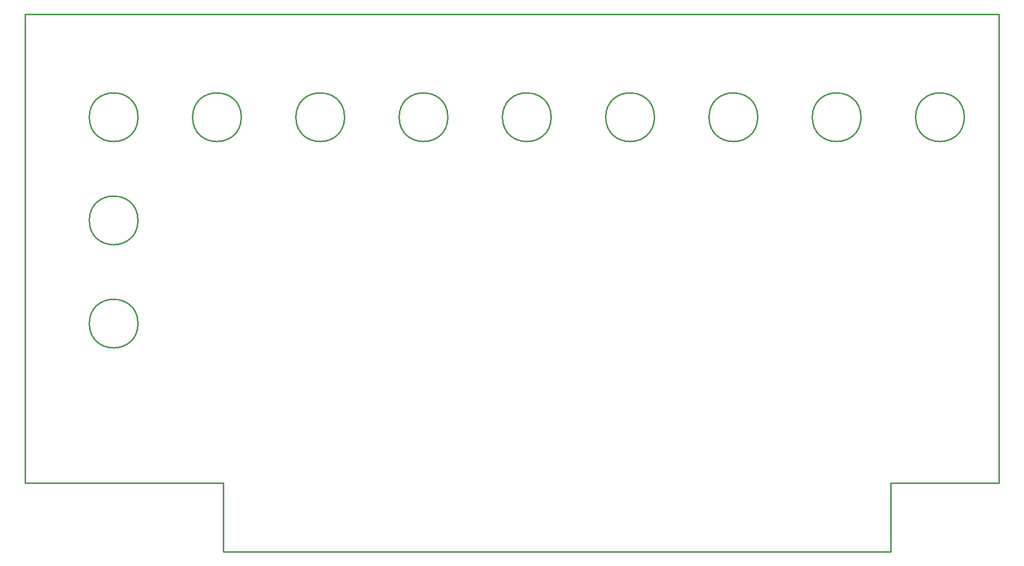
<source format=gko>
G04 Layer_Color=16711935*
%FSLAX25Y25*%
%MOIN*%
G70*
G01*
G75*
%ADD11C,0.01000*%
D11*
X1056500Y560000D02*
G03*
X1056500Y560000I-16500J0D01*
G01*
X1126500D02*
G03*
X1126500Y560000I-16500J0D01*
G01*
X986500D02*
G03*
X986500Y560000I-16500J0D01*
G01*
X846500D02*
G03*
X846500Y560000I-16500J0D01*
G01*
X1196500D02*
G03*
X1196500Y560000I-16500J0D01*
G01*
X916500D02*
G03*
X916500Y560000I-16500J0D01*
G01*
X706500Y490000D02*
G03*
X706500Y490000I-16500J0D01*
G01*
Y420000D02*
G03*
X706500Y420000I-16500J0D01*
G01*
X776500Y560000D02*
G03*
X776500Y560000I-16500J0D01*
G01*
X706500D02*
G03*
X706500Y560000I-16500J0D01*
G01*
X1266500D02*
G03*
X1266500Y560000I-16500J0D01*
G01*
X764323Y265173D02*
Y280772D01*
Y265173D02*
X1216677D01*
Y311968D01*
X764323Y280772D02*
Y311968D01*
X630000D02*
X764323D01*
X630000D02*
Y630000D01*
X1290000D01*
Y311968D02*
Y630000D01*
X1216677Y311968D02*
X1290000D01*
M02*

</source>
